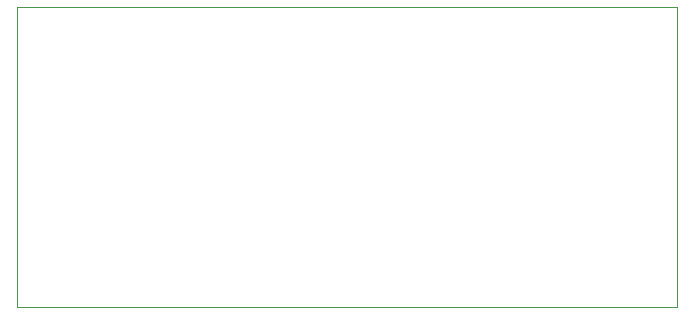
<source format=gm1>
%TF.GenerationSoftware,KiCad,Pcbnew,(5.1.8)-1*%
%TF.CreationDate,2021-08-17T23:37:39+02:00*%
%TF.ProjectId,USB_TLL,5553425f-544c-44c2-9e6b-696361645f70,rev?*%
%TF.SameCoordinates,Original*%
%TF.FileFunction,Profile,NP*%
%FSLAX46Y46*%
G04 Gerber Fmt 4.6, Leading zero omitted, Abs format (unit mm)*
G04 Created by KiCad (PCBNEW (5.1.8)-1) date 2021-08-17 23:37:39*
%MOMM*%
%LPD*%
G01*
G04 APERTURE LIST*
%TA.AperFunction,Profile*%
%ADD10C,0.050000*%
%TD*%
G04 APERTURE END LIST*
D10*
X143510000Y-54610000D02*
X87630000Y-54610000D01*
X143510000Y-80010000D02*
X143510000Y-54610000D01*
X87630000Y-80010000D02*
X143510000Y-80010000D01*
X87630000Y-54610000D02*
X87630000Y-80010000D01*
M02*

</source>
